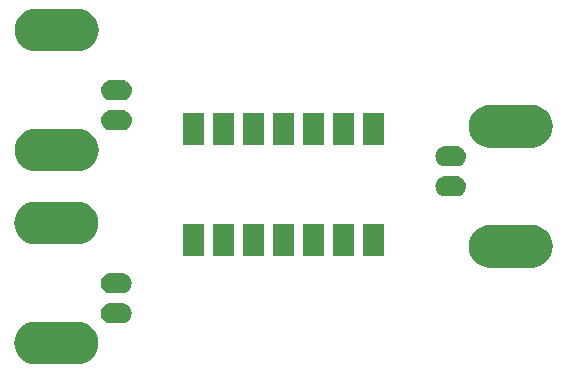
<source format=gbr>
G04 #@! TF.GenerationSoftware,KiCad,Pcbnew,(5.1.4)-1*
G04 #@! TF.CreationDate,2019-10-21T12:38:33+02:00*
G04 #@! TF.ProjectId,Phaseshifter,50686173-6573-4686-9966-7465722e6b69,rev?*
G04 #@! TF.SameCoordinates,Original*
G04 #@! TF.FileFunction,Soldermask,Top*
G04 #@! TF.FilePolarity,Negative*
%FSLAX46Y46*%
G04 Gerber Fmt 4.6, Leading zero omitted, Abs format (unit mm)*
G04 Created by KiCad (PCBNEW (5.1.4)-1) date 2019-10-21 12:38:33*
%MOMM*%
%LPD*%
G04 APERTURE LIST*
%ADD10C,0.100000*%
G04 APERTURE END LIST*
D10*
G36*
X99766669Y-91017686D02*
G01*
X99943058Y-91035059D01*
X100282548Y-91138042D01*
X100282550Y-91138043D01*
X100595422Y-91305277D01*
X100595424Y-91305278D01*
X100595423Y-91305278D01*
X100869661Y-91530339D01*
X101094722Y-91804577D01*
X101261958Y-92117452D01*
X101364941Y-92456942D01*
X101399714Y-92810000D01*
X101364941Y-93163058D01*
X101261958Y-93502548D01*
X101261957Y-93502550D01*
X101094723Y-93815422D01*
X100869661Y-94089661D01*
X100595422Y-94314723D01*
X100282550Y-94481957D01*
X100282548Y-94481958D01*
X99943058Y-94584941D01*
X99766669Y-94602314D01*
X99678476Y-94611000D01*
X96001524Y-94611000D01*
X95913331Y-94602314D01*
X95736942Y-94584941D01*
X95397452Y-94481958D01*
X95397450Y-94481957D01*
X95084578Y-94314723D01*
X94810339Y-94089661D01*
X94585277Y-93815422D01*
X94418043Y-93502550D01*
X94418042Y-93502548D01*
X94315059Y-93163058D01*
X94280286Y-92810000D01*
X94315059Y-92456942D01*
X94418042Y-92117452D01*
X94585278Y-91804577D01*
X94810339Y-91530339D01*
X95084577Y-91305278D01*
X95084576Y-91305278D01*
X95084578Y-91305277D01*
X95397450Y-91138043D01*
X95397452Y-91138042D01*
X95736942Y-91035059D01*
X95913331Y-91017686D01*
X96001524Y-91009000D01*
X99678476Y-91009000D01*
X99766669Y-91017686D01*
X99766669Y-91017686D01*
G37*
G36*
X103536823Y-89431313D02*
G01*
X103697242Y-89479976D01*
X103829906Y-89550886D01*
X103845078Y-89558996D01*
X103974659Y-89665341D01*
X104081004Y-89794922D01*
X104081005Y-89794924D01*
X104160024Y-89942758D01*
X104208687Y-90103177D01*
X104225117Y-90270000D01*
X104208687Y-90436823D01*
X104160024Y-90597242D01*
X104089114Y-90729906D01*
X104081004Y-90745078D01*
X103974659Y-90874659D01*
X103845078Y-90981004D01*
X103845076Y-90981005D01*
X103697242Y-91060024D01*
X103536823Y-91108687D01*
X103411804Y-91121000D01*
X102428196Y-91121000D01*
X102303177Y-91108687D01*
X102142758Y-91060024D01*
X101994924Y-90981005D01*
X101994922Y-90981004D01*
X101865341Y-90874659D01*
X101758996Y-90745078D01*
X101750886Y-90729906D01*
X101679976Y-90597242D01*
X101631313Y-90436823D01*
X101614883Y-90270000D01*
X101631313Y-90103177D01*
X101679976Y-89942758D01*
X101758995Y-89794924D01*
X101758996Y-89794922D01*
X101865341Y-89665341D01*
X101994922Y-89558996D01*
X102010094Y-89550886D01*
X102142758Y-89479976D01*
X102303177Y-89431313D01*
X102428196Y-89419000D01*
X103411804Y-89419000D01*
X103536823Y-89431313D01*
X103536823Y-89431313D01*
G37*
G36*
X103536823Y-86891313D02*
G01*
X103697242Y-86939976D01*
X103829906Y-87010886D01*
X103845078Y-87018996D01*
X103974659Y-87125341D01*
X104081004Y-87254922D01*
X104081005Y-87254924D01*
X104160024Y-87402758D01*
X104208687Y-87563177D01*
X104225117Y-87730000D01*
X104208687Y-87896823D01*
X104160024Y-88057242D01*
X104089114Y-88189906D01*
X104081004Y-88205078D01*
X103974659Y-88334659D01*
X103845078Y-88441004D01*
X103845076Y-88441005D01*
X103697242Y-88520024D01*
X103536823Y-88568687D01*
X103411804Y-88581000D01*
X102428196Y-88581000D01*
X102303177Y-88568687D01*
X102142758Y-88520024D01*
X101994924Y-88441005D01*
X101994922Y-88441004D01*
X101865341Y-88334659D01*
X101758996Y-88205078D01*
X101750886Y-88189906D01*
X101679976Y-88057242D01*
X101631313Y-87896823D01*
X101614883Y-87730000D01*
X101631313Y-87563177D01*
X101679976Y-87402758D01*
X101758995Y-87254924D01*
X101758996Y-87254922D01*
X101865341Y-87125341D01*
X101994922Y-87018996D01*
X102010094Y-87010886D01*
X102142758Y-86939976D01*
X102303177Y-86891313D01*
X102428196Y-86879000D01*
X103411804Y-86879000D01*
X103536823Y-86891313D01*
X103536823Y-86891313D01*
G37*
G36*
X138256669Y-82817686D02*
G01*
X138433058Y-82835059D01*
X138772548Y-82938042D01*
X138772550Y-82938043D01*
X139085422Y-83105277D01*
X139359661Y-83330339D01*
X139584723Y-83604578D01*
X139611900Y-83655423D01*
X139751958Y-83917452D01*
X139854941Y-84256942D01*
X139889714Y-84610000D01*
X139854941Y-84963058D01*
X139751958Y-85302548D01*
X139751957Y-85302550D01*
X139584723Y-85615422D01*
X139359661Y-85889661D01*
X139085422Y-86114723D01*
X138772550Y-86281957D01*
X138772548Y-86281958D01*
X138433058Y-86384941D01*
X138256669Y-86402314D01*
X138168476Y-86411000D01*
X134491524Y-86411000D01*
X134403331Y-86402314D01*
X134226942Y-86384941D01*
X133887452Y-86281958D01*
X133887450Y-86281957D01*
X133574578Y-86114723D01*
X133300339Y-85889661D01*
X133075277Y-85615422D01*
X132908043Y-85302550D01*
X132908042Y-85302548D01*
X132805059Y-84963058D01*
X132770286Y-84610000D01*
X132805059Y-84256942D01*
X132908042Y-83917452D01*
X133048100Y-83655423D01*
X133075277Y-83604578D01*
X133300339Y-83330339D01*
X133574578Y-83105277D01*
X133887450Y-82938043D01*
X133887452Y-82938042D01*
X134226942Y-82835059D01*
X134403331Y-82817686D01*
X134491524Y-82809000D01*
X138168476Y-82809000D01*
X138256669Y-82817686D01*
X138256669Y-82817686D01*
G37*
G36*
X125566000Y-85391000D02*
G01*
X123814000Y-85391000D01*
X123814000Y-82749000D01*
X125566000Y-82749000D01*
X125566000Y-85391000D01*
X125566000Y-85391000D01*
G37*
G36*
X123026000Y-85391000D02*
G01*
X121274000Y-85391000D01*
X121274000Y-82749000D01*
X123026000Y-82749000D01*
X123026000Y-85391000D01*
X123026000Y-85391000D01*
G37*
G36*
X120486000Y-85391000D02*
G01*
X118734000Y-85391000D01*
X118734000Y-82749000D01*
X120486000Y-82749000D01*
X120486000Y-85391000D01*
X120486000Y-85391000D01*
G37*
G36*
X117946000Y-85391000D02*
G01*
X116194000Y-85391000D01*
X116194000Y-82749000D01*
X117946000Y-82749000D01*
X117946000Y-85391000D01*
X117946000Y-85391000D01*
G37*
G36*
X115406000Y-85391000D02*
G01*
X113654000Y-85391000D01*
X113654000Y-82749000D01*
X115406000Y-82749000D01*
X115406000Y-85391000D01*
X115406000Y-85391000D01*
G37*
G36*
X112866000Y-85391000D02*
G01*
X111114000Y-85391000D01*
X111114000Y-82749000D01*
X112866000Y-82749000D01*
X112866000Y-85391000D01*
X112866000Y-85391000D01*
G37*
G36*
X110326000Y-85391000D02*
G01*
X108574000Y-85391000D01*
X108574000Y-82749000D01*
X110326000Y-82749000D01*
X110326000Y-85391000D01*
X110326000Y-85391000D01*
G37*
G36*
X99766669Y-80857686D02*
G01*
X99943058Y-80875059D01*
X100282548Y-80978042D01*
X100282550Y-80978043D01*
X100595422Y-81145277D01*
X100595424Y-81145278D01*
X100595423Y-81145278D01*
X100869661Y-81370339D01*
X101094722Y-81644577D01*
X101261958Y-81957452D01*
X101364941Y-82296942D01*
X101399714Y-82650000D01*
X101364941Y-83003058D01*
X101261958Y-83342548D01*
X101261957Y-83342550D01*
X101094723Y-83655422D01*
X100869661Y-83929661D01*
X100595422Y-84154723D01*
X100404184Y-84256942D01*
X100282548Y-84321958D01*
X99943058Y-84424941D01*
X99766669Y-84442314D01*
X99678476Y-84451000D01*
X96001524Y-84451000D01*
X95913331Y-84442314D01*
X95736942Y-84424941D01*
X95397452Y-84321958D01*
X95275816Y-84256942D01*
X95084578Y-84154723D01*
X94810339Y-83929661D01*
X94585277Y-83655422D01*
X94418043Y-83342550D01*
X94418042Y-83342548D01*
X94315059Y-83003058D01*
X94280286Y-82650000D01*
X94315059Y-82296942D01*
X94418042Y-81957452D01*
X94585278Y-81644577D01*
X94810339Y-81370339D01*
X95084577Y-81145278D01*
X95084576Y-81145278D01*
X95084578Y-81145277D01*
X95397450Y-80978043D01*
X95397452Y-80978042D01*
X95736942Y-80875059D01*
X95913331Y-80857686D01*
X96001524Y-80849000D01*
X99678476Y-80849000D01*
X99766669Y-80857686D01*
X99766669Y-80857686D01*
G37*
G36*
X131866823Y-78691313D02*
G01*
X132027242Y-78739976D01*
X132159906Y-78810886D01*
X132175078Y-78818996D01*
X132304659Y-78925341D01*
X132411004Y-79054922D01*
X132411005Y-79054924D01*
X132490024Y-79202758D01*
X132538687Y-79363177D01*
X132555117Y-79530000D01*
X132538687Y-79696823D01*
X132490024Y-79857242D01*
X132419114Y-79989906D01*
X132411004Y-80005078D01*
X132304659Y-80134659D01*
X132175078Y-80241004D01*
X132175076Y-80241005D01*
X132027242Y-80320024D01*
X131866823Y-80368687D01*
X131741804Y-80381000D01*
X130758196Y-80381000D01*
X130633177Y-80368687D01*
X130472758Y-80320024D01*
X130324924Y-80241005D01*
X130324922Y-80241004D01*
X130195341Y-80134659D01*
X130088996Y-80005078D01*
X130080886Y-79989906D01*
X130009976Y-79857242D01*
X129961313Y-79696823D01*
X129944883Y-79530000D01*
X129961313Y-79363177D01*
X130009976Y-79202758D01*
X130088995Y-79054924D01*
X130088996Y-79054922D01*
X130195341Y-78925341D01*
X130324922Y-78818996D01*
X130340094Y-78810886D01*
X130472758Y-78739976D01*
X130633177Y-78691313D01*
X130758196Y-78679000D01*
X131741804Y-78679000D01*
X131866823Y-78691313D01*
X131866823Y-78691313D01*
G37*
G36*
X99806669Y-74677686D02*
G01*
X99983058Y-74695059D01*
X100322548Y-74798042D01*
X100322550Y-74798043D01*
X100635422Y-74965277D01*
X100635424Y-74965278D01*
X100635423Y-74965278D01*
X100909661Y-75190339D01*
X101134722Y-75464577D01*
X101301958Y-75777452D01*
X101404941Y-76116942D01*
X101439714Y-76470000D01*
X101404941Y-76823058D01*
X101303694Y-77156825D01*
X101301957Y-77162550D01*
X101134723Y-77475422D01*
X100909661Y-77749661D01*
X100635422Y-77974723D01*
X100322550Y-78141957D01*
X100322548Y-78141958D01*
X99983058Y-78244941D01*
X99806669Y-78262314D01*
X99718476Y-78271000D01*
X96041524Y-78271000D01*
X95953331Y-78262314D01*
X95776942Y-78244941D01*
X95437452Y-78141958D01*
X95437450Y-78141957D01*
X95124578Y-77974723D01*
X94850339Y-77749661D01*
X94625277Y-77475422D01*
X94458043Y-77162550D01*
X94456306Y-77156825D01*
X94355059Y-76823058D01*
X94320286Y-76470000D01*
X94355059Y-76116942D01*
X94458042Y-75777452D01*
X94625278Y-75464577D01*
X94850339Y-75190339D01*
X95124577Y-74965278D01*
X95124576Y-74965278D01*
X95124578Y-74965277D01*
X95437450Y-74798043D01*
X95437452Y-74798042D01*
X95776942Y-74695059D01*
X95953331Y-74677686D01*
X96041524Y-74669000D01*
X99718476Y-74669000D01*
X99806669Y-74677686D01*
X99806669Y-74677686D01*
G37*
G36*
X131866823Y-76151313D02*
G01*
X132027242Y-76199976D01*
X132122701Y-76251000D01*
X132175078Y-76278996D01*
X132304659Y-76385341D01*
X132411004Y-76514922D01*
X132411005Y-76514924D01*
X132490024Y-76662758D01*
X132538687Y-76823177D01*
X132555117Y-76990000D01*
X132538687Y-77156823D01*
X132490024Y-77317242D01*
X132419114Y-77449906D01*
X132411004Y-77465078D01*
X132304659Y-77594659D01*
X132175078Y-77701004D01*
X132175076Y-77701005D01*
X132027242Y-77780024D01*
X131866823Y-77828687D01*
X131741804Y-77841000D01*
X130758196Y-77841000D01*
X130633177Y-77828687D01*
X130472758Y-77780024D01*
X130324924Y-77701005D01*
X130324922Y-77701004D01*
X130195341Y-77594659D01*
X130088996Y-77465078D01*
X130080886Y-77449906D01*
X130009976Y-77317242D01*
X129961313Y-77156823D01*
X129944883Y-76990000D01*
X129961313Y-76823177D01*
X130009976Y-76662758D01*
X130088995Y-76514924D01*
X130088996Y-76514922D01*
X130195341Y-76385341D01*
X130324922Y-76278996D01*
X130377299Y-76251000D01*
X130472758Y-76199976D01*
X130633177Y-76151313D01*
X130758196Y-76139000D01*
X131741804Y-76139000D01*
X131866823Y-76151313D01*
X131866823Y-76151313D01*
G37*
G36*
X138256669Y-72657686D02*
G01*
X138433058Y-72675059D01*
X138772548Y-72778042D01*
X138772550Y-72778043D01*
X139085422Y-72945277D01*
X139085424Y-72945278D01*
X139085423Y-72945278D01*
X139359661Y-73170339D01*
X139584722Y-73444577D01*
X139751958Y-73757452D01*
X139854941Y-74096942D01*
X139889714Y-74450000D01*
X139854941Y-74803058D01*
X139805732Y-74965277D01*
X139751957Y-75142550D01*
X139584723Y-75455422D01*
X139359661Y-75729661D01*
X139085422Y-75954723D01*
X138772550Y-76121957D01*
X138772548Y-76121958D01*
X138433058Y-76224941D01*
X138256669Y-76242314D01*
X138168476Y-76251000D01*
X134491524Y-76251000D01*
X134403331Y-76242314D01*
X134226942Y-76224941D01*
X133887452Y-76121958D01*
X133887450Y-76121957D01*
X133574578Y-75954723D01*
X133300339Y-75729661D01*
X133075277Y-75455422D01*
X132908043Y-75142550D01*
X132854268Y-74965277D01*
X132805059Y-74803058D01*
X132770286Y-74450000D01*
X132805059Y-74096942D01*
X132908042Y-73757452D01*
X133075278Y-73444577D01*
X133300339Y-73170339D01*
X133574577Y-72945278D01*
X133574576Y-72945278D01*
X133574578Y-72945277D01*
X133887450Y-72778043D01*
X133887452Y-72778042D01*
X134226942Y-72675059D01*
X134403331Y-72657686D01*
X134491524Y-72649000D01*
X138168476Y-72649000D01*
X138256669Y-72657686D01*
X138256669Y-72657686D01*
G37*
G36*
X110326000Y-75991000D02*
G01*
X108574000Y-75991000D01*
X108574000Y-73349000D01*
X110326000Y-73349000D01*
X110326000Y-75991000D01*
X110326000Y-75991000D01*
G37*
G36*
X125566000Y-75991000D02*
G01*
X123814000Y-75991000D01*
X123814000Y-73349000D01*
X125566000Y-73349000D01*
X125566000Y-75991000D01*
X125566000Y-75991000D01*
G37*
G36*
X123026000Y-75991000D02*
G01*
X121274000Y-75991000D01*
X121274000Y-73349000D01*
X123026000Y-73349000D01*
X123026000Y-75991000D01*
X123026000Y-75991000D01*
G37*
G36*
X120486000Y-75991000D02*
G01*
X118734000Y-75991000D01*
X118734000Y-73349000D01*
X120486000Y-73349000D01*
X120486000Y-75991000D01*
X120486000Y-75991000D01*
G37*
G36*
X117946000Y-75991000D02*
G01*
X116194000Y-75991000D01*
X116194000Y-73349000D01*
X117946000Y-73349000D01*
X117946000Y-75991000D01*
X117946000Y-75991000D01*
G37*
G36*
X115406000Y-75991000D02*
G01*
X113654000Y-75991000D01*
X113654000Y-73349000D01*
X115406000Y-73349000D01*
X115406000Y-75991000D01*
X115406000Y-75991000D01*
G37*
G36*
X112866000Y-75991000D02*
G01*
X111114000Y-75991000D01*
X111114000Y-73349000D01*
X112866000Y-73349000D01*
X112866000Y-75991000D01*
X112866000Y-75991000D01*
G37*
G36*
X103576823Y-73091313D02*
G01*
X103737242Y-73139976D01*
X103869906Y-73210886D01*
X103885078Y-73218996D01*
X104014659Y-73325341D01*
X104121004Y-73454922D01*
X104121005Y-73454924D01*
X104200024Y-73602758D01*
X104248687Y-73763177D01*
X104265117Y-73930000D01*
X104248687Y-74096823D01*
X104200024Y-74257242D01*
X104129114Y-74389906D01*
X104121004Y-74405078D01*
X104014659Y-74534659D01*
X103885078Y-74641004D01*
X103885076Y-74641005D01*
X103737242Y-74720024D01*
X103576823Y-74768687D01*
X103451804Y-74781000D01*
X102468196Y-74781000D01*
X102343177Y-74768687D01*
X102182758Y-74720024D01*
X102034924Y-74641005D01*
X102034922Y-74641004D01*
X101905341Y-74534659D01*
X101798996Y-74405078D01*
X101790886Y-74389906D01*
X101719976Y-74257242D01*
X101671313Y-74096823D01*
X101654883Y-73930000D01*
X101671313Y-73763177D01*
X101719976Y-73602758D01*
X101798995Y-73454924D01*
X101798996Y-73454922D01*
X101905341Y-73325341D01*
X102034922Y-73218996D01*
X102050094Y-73210886D01*
X102182758Y-73139976D01*
X102343177Y-73091313D01*
X102468196Y-73079000D01*
X103451804Y-73079000D01*
X103576823Y-73091313D01*
X103576823Y-73091313D01*
G37*
G36*
X103576823Y-70551313D02*
G01*
X103737242Y-70599976D01*
X103869906Y-70670886D01*
X103885078Y-70678996D01*
X104014659Y-70785341D01*
X104121004Y-70914922D01*
X104121005Y-70914924D01*
X104200024Y-71062758D01*
X104248687Y-71223177D01*
X104265117Y-71390000D01*
X104248687Y-71556823D01*
X104200024Y-71717242D01*
X104129114Y-71849906D01*
X104121004Y-71865078D01*
X104014659Y-71994659D01*
X103885078Y-72101004D01*
X103885076Y-72101005D01*
X103737242Y-72180024D01*
X103576823Y-72228687D01*
X103451804Y-72241000D01*
X102468196Y-72241000D01*
X102343177Y-72228687D01*
X102182758Y-72180024D01*
X102034924Y-72101005D01*
X102034922Y-72101004D01*
X101905341Y-71994659D01*
X101798996Y-71865078D01*
X101790886Y-71849906D01*
X101719976Y-71717242D01*
X101671313Y-71556823D01*
X101654883Y-71390000D01*
X101671313Y-71223177D01*
X101719976Y-71062758D01*
X101798995Y-70914924D01*
X101798996Y-70914922D01*
X101905341Y-70785341D01*
X102034922Y-70678996D01*
X102050094Y-70670886D01*
X102182758Y-70599976D01*
X102343177Y-70551313D01*
X102468196Y-70539000D01*
X103451804Y-70539000D01*
X103576823Y-70551313D01*
X103576823Y-70551313D01*
G37*
G36*
X99806669Y-64517686D02*
G01*
X99983058Y-64535059D01*
X100322548Y-64638042D01*
X100322550Y-64638043D01*
X100635422Y-64805277D01*
X100635424Y-64805278D01*
X100635423Y-64805278D01*
X100909661Y-65030339D01*
X101134722Y-65304577D01*
X101301958Y-65617452D01*
X101404941Y-65956942D01*
X101439714Y-66310000D01*
X101404941Y-66663058D01*
X101301958Y-67002548D01*
X101301957Y-67002550D01*
X101134723Y-67315422D01*
X100909661Y-67589661D01*
X100635422Y-67814723D01*
X100322550Y-67981957D01*
X100322548Y-67981958D01*
X99983058Y-68084941D01*
X99806669Y-68102314D01*
X99718476Y-68111000D01*
X96041524Y-68111000D01*
X95953331Y-68102314D01*
X95776942Y-68084941D01*
X95437452Y-67981958D01*
X95437450Y-67981957D01*
X95124578Y-67814723D01*
X94850339Y-67589661D01*
X94625277Y-67315422D01*
X94458043Y-67002550D01*
X94458042Y-67002548D01*
X94355059Y-66663058D01*
X94320286Y-66310000D01*
X94355059Y-65956942D01*
X94458042Y-65617452D01*
X94625278Y-65304577D01*
X94850339Y-65030339D01*
X95124577Y-64805278D01*
X95124576Y-64805278D01*
X95124578Y-64805277D01*
X95437450Y-64638043D01*
X95437452Y-64638042D01*
X95776942Y-64535059D01*
X95953331Y-64517686D01*
X96041524Y-64509000D01*
X99718476Y-64509000D01*
X99806669Y-64517686D01*
X99806669Y-64517686D01*
G37*
M02*

</source>
